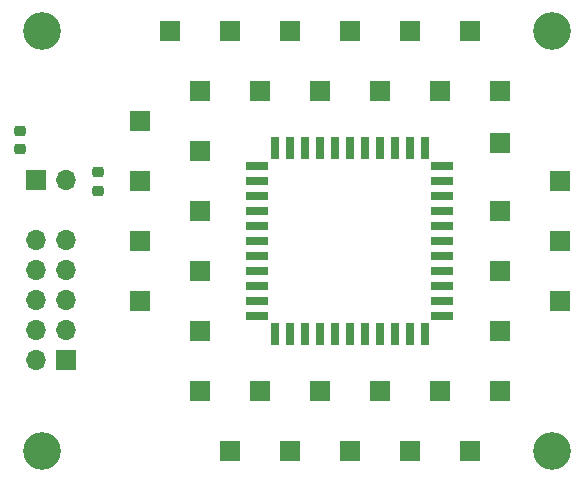
<source format=gts>
%TF.GenerationSoftware,KiCad,Pcbnew,(6.0.0)*%
%TF.CreationDate,2022-03-13T18:43:21-04:00*%
%TF.ProjectId,Xc9572 breakout,58633935-3732-4206-9272-65616b6f7574,rev?*%
%TF.SameCoordinates,Original*%
%TF.FileFunction,Soldermask,Top*%
%TF.FilePolarity,Negative*%
%FSLAX46Y46*%
G04 Gerber Fmt 4.6, Leading zero omitted, Abs format (unit mm)*
G04 Created by KiCad (PCBNEW (6.0.0)) date 2022-03-13 18:43:21*
%MOMM*%
%LPD*%
G01*
G04 APERTURE LIST*
G04 Aperture macros list*
%AMRoundRect*
0 Rectangle with rounded corners*
0 $1 Rounding radius*
0 $2 $3 $4 $5 $6 $7 $8 $9 X,Y pos of 4 corners*
0 Add a 4 corners polygon primitive as box body*
4,1,4,$2,$3,$4,$5,$6,$7,$8,$9,$2,$3,0*
0 Add four circle primitives for the rounded corners*
1,1,$1+$1,$2,$3*
1,1,$1+$1,$4,$5*
1,1,$1+$1,$6,$7*
1,1,$1+$1,$8,$9*
0 Add four rect primitives between the rounded corners*
20,1,$1+$1,$2,$3,$4,$5,0*
20,1,$1+$1,$4,$5,$6,$7,0*
20,1,$1+$1,$6,$7,$8,$9,0*
20,1,$1+$1,$8,$9,$2,$3,0*%
G04 Aperture macros list end*
%ADD10R,1.700000X1.700000*%
%ADD11C,3.200000*%
%ADD12O,1.700000X1.700000*%
%ADD13RoundRect,0.225000X-0.250000X0.225000X-0.250000X-0.225000X0.250000X-0.225000X0.250000X0.225000X0*%
%ADD14R,0.700000X1.925000*%
%ADD15R,1.925000X0.700000*%
G04 APERTURE END LIST*
D10*
%TO.C,J22*%
X132080000Y-45720000D03*
%TD*%
%TO.C,J12*%
X111760000Y-45720000D03*
%TD*%
%TO.C,J16*%
X106680000Y-55880000D03*
%TD*%
D11*
%TO.C,REF\u002A\u002A*%
X136525000Y-40640000D03*
%TD*%
D10*
%TO.C,J8*%
X121920000Y-45720000D03*
%TD*%
%TO.C,J24*%
X127000000Y-45720000D03*
%TD*%
%TO.C,J1*%
X95370000Y-68550000D03*
D12*
X92830000Y-68550000D03*
X95370000Y-66010000D03*
X92830000Y-66010000D03*
X95370000Y-63470000D03*
X92830000Y-63470000D03*
X95370000Y-60930000D03*
X92830000Y-60930000D03*
X95370000Y-58390000D03*
X92830000Y-58390000D03*
%TD*%
D10*
%TO.C,J30*%
X109220000Y-76200000D03*
%TD*%
%TO.C,J27*%
X106680000Y-60960000D03*
%TD*%
%TO.C,J9*%
X119380000Y-40640000D03*
%TD*%
%TO.C,J21*%
X132080000Y-50165000D03*
%TD*%
D11*
%TO.C,REF\u002A\u002A*%
X136525000Y-76200000D03*
%TD*%
D10*
%TO.C,J10*%
X116840000Y-45720000D03*
%TD*%
%TO.C,J35*%
X121920000Y-71120000D03*
%TD*%
D13*
%TO.C,C2*%
X91440000Y-49110600D03*
X91440000Y-50660600D03*
%TD*%
D10*
%TO.C,J7*%
X106680000Y-45720000D03*
%TD*%
%TO.C,J28*%
X101600000Y-63500000D03*
%TD*%
%TO.C,J5*%
X106680000Y-71120000D03*
%TD*%
%TO.C,J32*%
X114300000Y-76200000D03*
%TD*%
%TO.C,J40*%
X132080000Y-66040000D03*
%TD*%
%TO.C,J20*%
X137160000Y-53340000D03*
%TD*%
D11*
%TO.C,REF\u002A\u002A*%
X93345000Y-76200000D03*
%TD*%
D10*
%TO.C,J33*%
X116840000Y-71120000D03*
%TD*%
%TO.C,J34*%
X119380000Y-76200000D03*
%TD*%
%TO.C,J4*%
X92830000Y-53315000D03*
D12*
X95370000Y-53315000D03*
%TD*%
D10*
%TO.C,J14*%
X106680000Y-50800000D03*
%TD*%
D11*
%TO.C,REF\u002A\u002A*%
X93345000Y-40640000D03*
%TD*%
D10*
%TO.C,J29*%
X106680000Y-66040000D03*
%TD*%
%TO.C,J3*%
X101600000Y-48260000D03*
%TD*%
%TO.C,J11*%
X114300000Y-40640000D03*
%TD*%
%TO.C,J36*%
X124460000Y-76200000D03*
%TD*%
D13*
%TO.C,C1*%
X98044000Y-52641200D03*
X98044000Y-54191200D03*
%TD*%
D10*
%TO.C,J41*%
X137160000Y-63500000D03*
%TD*%
%TO.C,J19*%
X132080000Y-55880000D03*
%TD*%
%TO.C,J2*%
X104140000Y-40640000D03*
%TD*%
%TO.C,J23*%
X129540000Y-40640000D03*
%TD*%
%TO.C,J17*%
X132080000Y-60960000D03*
%TD*%
%TO.C,J15*%
X101600000Y-53340000D03*
%TD*%
D14*
%TO.C,U1*%
X119380000Y-50557500D03*
X118110000Y-50557500D03*
X116840000Y-50557500D03*
X115570000Y-50557500D03*
X114300000Y-50557500D03*
X113030000Y-50557500D03*
D15*
X111517500Y-52070000D03*
X111517500Y-53340000D03*
X111517500Y-54610000D03*
X111517500Y-55880000D03*
X111517500Y-57150000D03*
X111517500Y-58420000D03*
X111517500Y-59690000D03*
X111517500Y-60960000D03*
X111517500Y-62230000D03*
X111517500Y-63500000D03*
X111517500Y-64770000D03*
D14*
X113030000Y-66282500D03*
X114300000Y-66282500D03*
X115570000Y-66282500D03*
X116840000Y-66282500D03*
X118110000Y-66282500D03*
X119380000Y-66282500D03*
X120650000Y-66282500D03*
X121920000Y-66282500D03*
X123190000Y-66282500D03*
X124460000Y-66282500D03*
X125730000Y-66282500D03*
D15*
X127242500Y-64770000D03*
X127242500Y-63500000D03*
X127242500Y-62230000D03*
X127242500Y-60960000D03*
X127242500Y-59690000D03*
X127242500Y-58420000D03*
X127242500Y-57150000D03*
X127242500Y-55880000D03*
X127242500Y-54610000D03*
X127242500Y-53340000D03*
X127242500Y-52070000D03*
D14*
X125730000Y-50557500D03*
X124460000Y-50557500D03*
X123190000Y-50557500D03*
X121920000Y-50557500D03*
X120650000Y-50557500D03*
%TD*%
D10*
%TO.C,J31*%
X111760000Y-71120000D03*
%TD*%
%TO.C,J26*%
X101600000Y-58420000D03*
%TD*%
%TO.C,J18*%
X137160000Y-58420000D03*
%TD*%
%TO.C,J39*%
X132080000Y-71120000D03*
%TD*%
%TO.C,J38*%
X129540000Y-76200000D03*
%TD*%
%TO.C,J13*%
X109220000Y-40640000D03*
%TD*%
%TO.C,J37*%
X127000000Y-71120000D03*
%TD*%
%TO.C,J25*%
X124460000Y-40640000D03*
%TD*%
M02*

</source>
